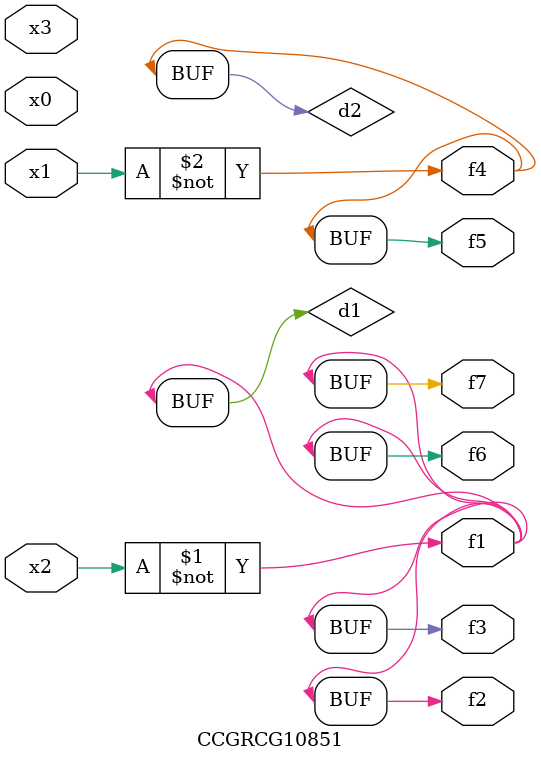
<source format=v>
module CCGRCG10851(
	input x0, x1, x2, x3,
	output f1, f2, f3, f4, f5, f6, f7
);

	wire d1, d2;

	xnor (d1, x2);
	not (d2, x1);
	assign f1 = d1;
	assign f2 = d1;
	assign f3 = d1;
	assign f4 = d2;
	assign f5 = d2;
	assign f6 = d1;
	assign f7 = d1;
endmodule

</source>
